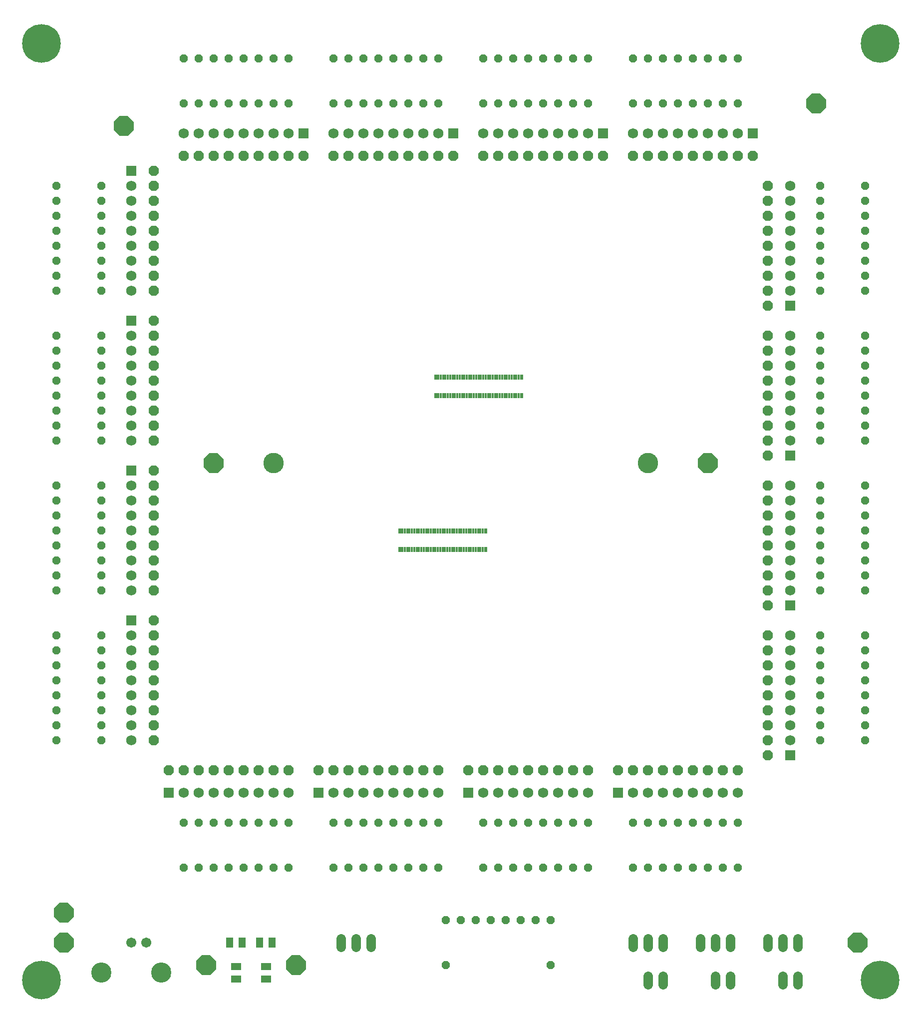
<source format=gts>
G75*
%MOIN*%
%OFA0B0*%
%FSLAX24Y24*%
%IPPOS*%
%LPD*%
%AMOC8*
5,1,8,0,0,1.08239X$1,22.5*
%
%ADD10C,0.1365*%
%ADD11R,0.0171X0.0375*%
%ADD12R,0.0218X0.0375*%
%ADD13C,0.1346*%
%ADD14C,0.0671*%
%ADD15R,0.0680X0.0680*%
%ADD16C,0.0680*%
%ADD17C,0.0620*%
%ADD18R,0.0460X0.0680*%
%ADD19R,0.0680X0.0460*%
%ADD20OC8,0.0552*%
%ADD21OC8,0.0680*%
%ADD22OC8,0.1320*%
%ADD23C,0.2580*%
D10*
X020650Y043150D03*
X045650Y043150D03*
D11*
X037027Y047666D03*
X036870Y047666D03*
X036712Y047666D03*
X036555Y047666D03*
X036397Y047666D03*
X036240Y047666D03*
X036082Y047666D03*
X035925Y047666D03*
X035767Y047666D03*
X035610Y047666D03*
X035452Y047666D03*
X035295Y047666D03*
X035137Y047666D03*
X034980Y047666D03*
X034822Y047666D03*
X034665Y047666D03*
X034507Y047666D03*
X034350Y047666D03*
X034193Y047666D03*
X034035Y047666D03*
X033878Y047666D03*
X033720Y047666D03*
X033563Y047666D03*
X033405Y047666D03*
X033248Y047666D03*
X033090Y047666D03*
X032933Y047666D03*
X032775Y047666D03*
X032618Y047666D03*
X032460Y047666D03*
X032303Y047666D03*
X032145Y047666D03*
X031988Y047666D03*
X031830Y047666D03*
X031673Y047666D03*
X031673Y048914D03*
X031830Y048914D03*
X031988Y048914D03*
X032145Y048914D03*
X032303Y048914D03*
X032460Y048914D03*
X032618Y048914D03*
X032775Y048914D03*
X032933Y048914D03*
X033090Y048914D03*
X033248Y048914D03*
X033405Y048914D03*
X033563Y048914D03*
X033720Y048914D03*
X033878Y048914D03*
X034035Y048914D03*
X034193Y048914D03*
X034350Y048914D03*
X034507Y048914D03*
X034665Y048914D03*
X034822Y048914D03*
X034980Y048914D03*
X035137Y048914D03*
X035295Y048914D03*
X035452Y048914D03*
X035610Y048914D03*
X035767Y048914D03*
X035925Y048914D03*
X036082Y048914D03*
X036240Y048914D03*
X036397Y048914D03*
X036555Y048914D03*
X036712Y048914D03*
X036870Y048914D03*
X037027Y048914D03*
X034627Y038634D03*
X034470Y038634D03*
X034312Y038634D03*
X034155Y038634D03*
X033997Y038634D03*
X033840Y038634D03*
X033682Y038634D03*
X033525Y038634D03*
X033367Y038634D03*
X033210Y038634D03*
X033052Y038634D03*
X032895Y038634D03*
X032737Y038634D03*
X032580Y038634D03*
X032422Y038634D03*
X032265Y038634D03*
X032107Y038634D03*
X031950Y038634D03*
X031793Y038634D03*
X031635Y038634D03*
X031478Y038634D03*
X031320Y038634D03*
X031163Y038634D03*
X031005Y038634D03*
X030848Y038634D03*
X030690Y038634D03*
X030533Y038634D03*
X030375Y038634D03*
X030218Y038634D03*
X030060Y038634D03*
X029903Y038634D03*
X029745Y038634D03*
X029588Y038634D03*
X029430Y038634D03*
X029273Y038634D03*
X029273Y037386D03*
X029430Y037386D03*
X029588Y037386D03*
X029745Y037386D03*
X029903Y037386D03*
X030060Y037386D03*
X030218Y037386D03*
X030375Y037386D03*
X030533Y037386D03*
X030690Y037386D03*
X030848Y037386D03*
X031005Y037386D03*
X031163Y037386D03*
X031320Y037386D03*
X031478Y037386D03*
X031635Y037386D03*
X031793Y037386D03*
X031950Y037386D03*
X032107Y037386D03*
X032265Y037386D03*
X032422Y037386D03*
X032580Y037386D03*
X032737Y037386D03*
X032895Y037386D03*
X033052Y037386D03*
X033210Y037386D03*
X033367Y037386D03*
X033525Y037386D03*
X033682Y037386D03*
X033840Y037386D03*
X033997Y037386D03*
X034155Y037386D03*
X034312Y037386D03*
X034470Y037386D03*
X034627Y037386D03*
D12*
X034814Y037386D03*
X034814Y038634D03*
X029086Y038634D03*
X029086Y037386D03*
X031486Y047666D03*
X031486Y048914D03*
X037214Y048914D03*
X037214Y047666D03*
D13*
X013150Y009150D03*
X009150Y009150D03*
D14*
X011150Y011150D03*
X012150Y011150D03*
D15*
X013650Y021150D03*
X023650Y021150D03*
X033650Y021150D03*
X043650Y021150D03*
X055150Y023650D03*
X055150Y033650D03*
X055150Y043650D03*
X055150Y053650D03*
X052650Y065150D03*
X042650Y065150D03*
X032650Y065150D03*
X022650Y065150D03*
X011150Y062650D03*
X011150Y052650D03*
X011150Y042650D03*
X011150Y032650D03*
D16*
X011150Y031650D03*
X011150Y030650D03*
X011150Y029650D03*
X011150Y028650D03*
X011150Y027650D03*
X011150Y026650D03*
X011150Y025650D03*
X011150Y024650D03*
X014650Y021150D03*
X015650Y021150D03*
X016650Y021150D03*
X017650Y021150D03*
X018650Y021150D03*
X019650Y021150D03*
X020650Y021150D03*
X021650Y021150D03*
X024650Y021150D03*
X025650Y021150D03*
X026650Y021150D03*
X027650Y021150D03*
X028650Y021150D03*
X029650Y021150D03*
X030650Y021150D03*
X031650Y021150D03*
X034650Y021150D03*
X035650Y021150D03*
X036650Y021150D03*
X037650Y021150D03*
X038650Y021150D03*
X039650Y021150D03*
X040650Y021150D03*
X041650Y021150D03*
X044650Y021150D03*
X045650Y021150D03*
X046650Y021150D03*
X047650Y021150D03*
X048650Y021150D03*
X049650Y021150D03*
X050650Y021150D03*
X051650Y021150D03*
X055150Y024650D03*
X055150Y025650D03*
X055150Y026650D03*
X055150Y027650D03*
X055150Y028650D03*
X055150Y029650D03*
X055150Y030650D03*
X055150Y031650D03*
X055150Y034650D03*
X055150Y035650D03*
X055150Y036650D03*
X055150Y037650D03*
X055150Y038650D03*
X055150Y039650D03*
X055150Y040650D03*
X055150Y041650D03*
X055150Y044650D03*
X055150Y045650D03*
X055150Y046650D03*
X055150Y047650D03*
X055150Y048650D03*
X055150Y049650D03*
X055150Y050650D03*
X055150Y051650D03*
X055150Y054650D03*
X055150Y055650D03*
X055150Y056650D03*
X055150Y057650D03*
X055150Y058650D03*
X055150Y059650D03*
X055150Y060650D03*
X055150Y061650D03*
X051650Y065150D03*
X050650Y065150D03*
X049650Y065150D03*
X048650Y065150D03*
X047650Y065150D03*
X046650Y065150D03*
X045650Y065150D03*
X044650Y065150D03*
X041650Y065150D03*
X040650Y065150D03*
X039650Y065150D03*
X038650Y065150D03*
X037650Y065150D03*
X036650Y065150D03*
X035650Y065150D03*
X034650Y065150D03*
X031650Y065150D03*
X030650Y065150D03*
X029650Y065150D03*
X028650Y065150D03*
X027650Y065150D03*
X026650Y065150D03*
X025650Y065150D03*
X024650Y065150D03*
X021650Y065150D03*
X020650Y065150D03*
X019650Y065150D03*
X018650Y065150D03*
X017650Y065150D03*
X016650Y065150D03*
X015650Y065150D03*
X014650Y065150D03*
X011150Y061650D03*
X011150Y060650D03*
X011150Y059650D03*
X011150Y058650D03*
X011150Y057650D03*
X011150Y056650D03*
X011150Y055650D03*
X011150Y054650D03*
X011150Y051650D03*
X011150Y050650D03*
X011150Y049650D03*
X011150Y048650D03*
X011150Y047650D03*
X011150Y046650D03*
X011150Y045650D03*
X011150Y044650D03*
X011150Y041650D03*
X011150Y040650D03*
X011150Y039650D03*
X011150Y038650D03*
X011150Y037650D03*
X011150Y036650D03*
X011150Y035650D03*
X011150Y034650D03*
D17*
X025150Y011420D02*
X025150Y010880D01*
X026150Y010880D02*
X026150Y011420D01*
X027150Y011420D02*
X027150Y010880D01*
X044650Y010880D02*
X044650Y011420D01*
X045650Y011420D02*
X045650Y010880D01*
X046650Y010880D02*
X046650Y011420D01*
X049150Y011420D02*
X049150Y010880D01*
X050150Y010880D02*
X050150Y011420D01*
X051150Y011420D02*
X051150Y010880D01*
X051150Y008920D02*
X051150Y008380D01*
X050150Y008380D02*
X050150Y008920D01*
X046650Y008920D02*
X046650Y008380D01*
X045650Y008380D02*
X045650Y008920D01*
X053650Y010880D02*
X053650Y011420D01*
X054650Y011420D02*
X054650Y010880D01*
X055650Y010880D02*
X055650Y011420D01*
X055650Y008920D02*
X055650Y008380D01*
X054650Y008380D02*
X054650Y008920D01*
D18*
X020560Y011150D03*
X019740Y011150D03*
X018560Y011150D03*
X017740Y011150D03*
D19*
X018150Y009560D03*
X018150Y008740D03*
X020150Y008740D03*
X020150Y009560D03*
D20*
X020650Y016150D03*
X021650Y016150D03*
X019650Y016150D03*
X018650Y016150D03*
X017650Y016150D03*
X016650Y016150D03*
X015650Y016150D03*
X014650Y016150D03*
X014650Y019150D03*
X015650Y019150D03*
X016650Y019150D03*
X017650Y019150D03*
X018650Y019150D03*
X019650Y019150D03*
X020650Y019150D03*
X021650Y019150D03*
X024650Y019150D03*
X025650Y019150D03*
X026650Y019150D03*
X027650Y019150D03*
X028650Y019150D03*
X029650Y019150D03*
X030650Y019150D03*
X031650Y019150D03*
X031650Y016150D03*
X030650Y016150D03*
X029650Y016150D03*
X028650Y016150D03*
X027650Y016150D03*
X026650Y016150D03*
X025650Y016150D03*
X024650Y016150D03*
X032150Y012650D03*
X033150Y012650D03*
X034150Y012650D03*
X035150Y012650D03*
X036150Y012650D03*
X037150Y012650D03*
X038150Y012650D03*
X039150Y012650D03*
X039150Y009650D03*
X039650Y016150D03*
X040650Y016150D03*
X041650Y016150D03*
X041650Y019150D03*
X040650Y019150D03*
X039650Y019150D03*
X038650Y019150D03*
X037650Y019150D03*
X036650Y019150D03*
X035650Y019150D03*
X034650Y019150D03*
X034650Y016150D03*
X035650Y016150D03*
X036650Y016150D03*
X037650Y016150D03*
X038650Y016150D03*
X044650Y016150D03*
X045650Y016150D03*
X046650Y016150D03*
X047650Y016150D03*
X048650Y016150D03*
X049650Y016150D03*
X050650Y016150D03*
X051650Y016150D03*
X051650Y019150D03*
X050650Y019150D03*
X049650Y019150D03*
X048650Y019150D03*
X047650Y019150D03*
X046650Y019150D03*
X045650Y019150D03*
X044650Y019150D03*
X057150Y024650D03*
X057150Y025650D03*
X057150Y026650D03*
X057150Y027650D03*
X057150Y028650D03*
X057150Y029650D03*
X057150Y030650D03*
X057150Y031650D03*
X057150Y034650D03*
X057150Y035650D03*
X057150Y036650D03*
X057150Y037650D03*
X057150Y038650D03*
X057150Y039650D03*
X057150Y040650D03*
X057150Y041650D03*
X057150Y044650D03*
X057150Y045650D03*
X057150Y046650D03*
X057150Y047650D03*
X057150Y048650D03*
X057150Y049650D03*
X057150Y050650D03*
X057150Y051650D03*
X057150Y054650D03*
X057150Y055650D03*
X057150Y056650D03*
X057150Y057650D03*
X057150Y058650D03*
X057150Y059650D03*
X057150Y060650D03*
X057150Y061650D03*
X060150Y061650D03*
X060150Y060650D03*
X060150Y059650D03*
X060150Y058650D03*
X060150Y057650D03*
X060150Y056650D03*
X060150Y055650D03*
X060150Y054650D03*
X060150Y051650D03*
X060150Y050650D03*
X060150Y049650D03*
X060150Y048650D03*
X060150Y047650D03*
X060150Y046650D03*
X060150Y045650D03*
X060150Y044650D03*
X060150Y041650D03*
X060150Y040650D03*
X060150Y039650D03*
X060150Y038650D03*
X060150Y037650D03*
X060150Y036650D03*
X060150Y035650D03*
X060150Y034650D03*
X060150Y031650D03*
X060150Y030650D03*
X060150Y029650D03*
X060150Y028650D03*
X060150Y027650D03*
X060150Y026650D03*
X060150Y025650D03*
X060150Y024650D03*
X032150Y009650D03*
X009150Y024650D03*
X009150Y025650D03*
X009150Y026650D03*
X009150Y027650D03*
X009150Y028650D03*
X009150Y029650D03*
X009150Y030650D03*
X009150Y031650D03*
X009150Y034650D03*
X009150Y035650D03*
X009150Y036650D03*
X009150Y037650D03*
X009150Y038650D03*
X009150Y039650D03*
X009150Y040650D03*
X009150Y041650D03*
X009150Y044650D03*
X009150Y045650D03*
X009150Y046650D03*
X009150Y047650D03*
X009150Y048650D03*
X009150Y049650D03*
X009150Y050650D03*
X009150Y051650D03*
X009150Y054650D03*
X009150Y055650D03*
X009150Y056650D03*
X009150Y057650D03*
X009150Y058650D03*
X009150Y059650D03*
X009150Y060650D03*
X009150Y061650D03*
X006150Y061650D03*
X006150Y060650D03*
X006150Y059650D03*
X006150Y058650D03*
X006150Y057650D03*
X006150Y056650D03*
X006150Y055650D03*
X006150Y054650D03*
X006150Y051650D03*
X006150Y050650D03*
X006150Y049650D03*
X006150Y048650D03*
X006150Y047650D03*
X006150Y046650D03*
X006150Y045650D03*
X006150Y044650D03*
X006150Y041650D03*
X006150Y040650D03*
X006150Y039650D03*
X006150Y038650D03*
X006150Y037650D03*
X006150Y036650D03*
X006150Y035650D03*
X006150Y034650D03*
X006150Y031650D03*
X006150Y030650D03*
X006150Y029650D03*
X006150Y028650D03*
X006150Y027650D03*
X006150Y026650D03*
X006150Y025650D03*
X006150Y024650D03*
X014650Y067150D03*
X015650Y067150D03*
X016650Y067150D03*
X017650Y067150D03*
X018650Y067150D03*
X019650Y067150D03*
X020650Y067150D03*
X021650Y067150D03*
X021650Y070150D03*
X020650Y070150D03*
X019650Y070150D03*
X018650Y070150D03*
X017650Y070150D03*
X016650Y070150D03*
X015650Y070150D03*
X014650Y070150D03*
X024650Y070150D03*
X025650Y070150D03*
X026650Y070150D03*
X027650Y070150D03*
X028650Y070150D03*
X029650Y070150D03*
X030650Y070150D03*
X031650Y070150D03*
X034650Y070150D03*
X035650Y070150D03*
X036650Y070150D03*
X037650Y070150D03*
X038650Y070150D03*
X039650Y070150D03*
X040650Y070150D03*
X041650Y070150D03*
X041650Y067150D03*
X040650Y067150D03*
X039650Y067150D03*
X038650Y067150D03*
X037650Y067150D03*
X036650Y067150D03*
X035650Y067150D03*
X034650Y067150D03*
X031650Y067150D03*
X030650Y067150D03*
X029650Y067150D03*
X028650Y067150D03*
X027650Y067150D03*
X026650Y067150D03*
X025650Y067150D03*
X024650Y067150D03*
X044650Y067150D03*
X045650Y067150D03*
X046650Y067150D03*
X047650Y067150D03*
X048650Y067150D03*
X049650Y067150D03*
X050650Y067150D03*
X051650Y067150D03*
X051650Y070150D03*
X050650Y070150D03*
X049650Y070150D03*
X048650Y070150D03*
X047650Y070150D03*
X046650Y070150D03*
X045650Y070150D03*
X044650Y070150D03*
D21*
X044650Y063650D03*
X045650Y063650D03*
X046650Y063650D03*
X047650Y063650D03*
X048650Y063650D03*
X049650Y063650D03*
X050650Y063650D03*
X051650Y063650D03*
X052650Y063650D03*
X053650Y061650D03*
X053650Y060650D03*
X053650Y059650D03*
X053650Y058650D03*
X053650Y057650D03*
X053650Y056650D03*
X053650Y055650D03*
X053650Y054650D03*
X053650Y053650D03*
X053650Y051650D03*
X053650Y050650D03*
X053650Y049650D03*
X053650Y048650D03*
X053650Y047650D03*
X053650Y046650D03*
X053650Y045650D03*
X053650Y044650D03*
X053650Y043650D03*
X053650Y041650D03*
X053650Y040650D03*
X053650Y039650D03*
X053650Y038650D03*
X053650Y037650D03*
X053650Y036650D03*
X053650Y035650D03*
X053650Y034650D03*
X053650Y033650D03*
X053650Y031650D03*
X053650Y030650D03*
X053650Y029650D03*
X053650Y028650D03*
X053650Y027650D03*
X053650Y026650D03*
X053650Y025650D03*
X053650Y024650D03*
X053650Y023650D03*
X051650Y022650D03*
X050650Y022650D03*
X049650Y022650D03*
X048650Y022650D03*
X047650Y022650D03*
X046650Y022650D03*
X045650Y022650D03*
X044650Y022650D03*
X043650Y022650D03*
X041650Y022650D03*
X040650Y022650D03*
X039650Y022650D03*
X038650Y022650D03*
X037650Y022650D03*
X036650Y022650D03*
X035650Y022650D03*
X034650Y022650D03*
X033650Y022650D03*
X031650Y022650D03*
X030650Y022650D03*
X029650Y022650D03*
X028650Y022650D03*
X027650Y022650D03*
X026650Y022650D03*
X025650Y022650D03*
X024650Y022650D03*
X023650Y022650D03*
X021650Y022650D03*
X020650Y022650D03*
X019650Y022650D03*
X018650Y022650D03*
X017650Y022650D03*
X016650Y022650D03*
X015650Y022650D03*
X014650Y022650D03*
X013650Y022650D03*
X012650Y024650D03*
X012650Y025650D03*
X012650Y026650D03*
X012650Y027650D03*
X012650Y028650D03*
X012650Y029650D03*
X012650Y030650D03*
X012650Y031650D03*
X012650Y032650D03*
X012650Y034650D03*
X012650Y035650D03*
X012650Y036650D03*
X012650Y037650D03*
X012650Y038650D03*
X012650Y039650D03*
X012650Y040650D03*
X012650Y041650D03*
X012650Y042650D03*
X012650Y044650D03*
X012650Y045650D03*
X012650Y046650D03*
X012650Y047650D03*
X012650Y048650D03*
X012650Y049650D03*
X012650Y050650D03*
X012650Y051650D03*
X012650Y052650D03*
X012650Y054650D03*
X012650Y055650D03*
X012650Y056650D03*
X012650Y057650D03*
X012650Y058650D03*
X012650Y059650D03*
X012650Y060650D03*
X012650Y061650D03*
X012650Y062650D03*
X014650Y063650D03*
X015650Y063650D03*
X016650Y063650D03*
X017650Y063650D03*
X018650Y063650D03*
X019650Y063650D03*
X020650Y063650D03*
X021650Y063650D03*
X022650Y063650D03*
X024650Y063650D03*
X025650Y063650D03*
X026650Y063650D03*
X027650Y063650D03*
X028650Y063650D03*
X029650Y063650D03*
X030650Y063650D03*
X031650Y063650D03*
X032650Y063650D03*
X034650Y063650D03*
X035650Y063650D03*
X036650Y063650D03*
X037650Y063650D03*
X038650Y063650D03*
X039650Y063650D03*
X040650Y063650D03*
X041650Y063650D03*
X042650Y063650D03*
D22*
X056900Y067150D03*
X049650Y043150D03*
X059650Y011150D03*
X022150Y009650D03*
X016150Y009650D03*
X006650Y011150D03*
X006650Y013150D03*
X016650Y043150D03*
X010650Y065650D03*
D23*
X005150Y008650D03*
X005150Y071150D03*
X061150Y071150D03*
X061150Y008650D03*
M02*

</source>
